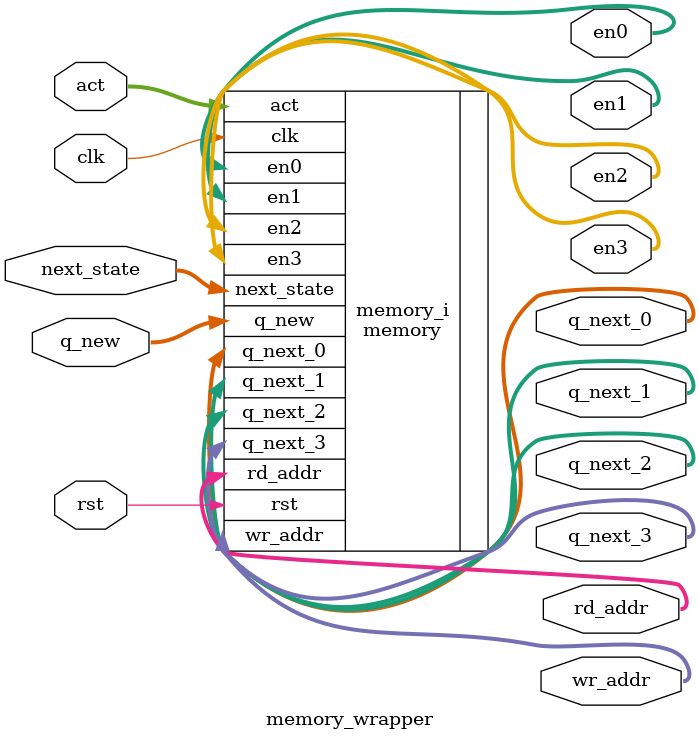
<source format=v>
`timescale 1 ps / 1 ps

module memory_wrapper
   (act,
    clk,
    en0,
    en1,
    en2,
    en3,
    next_state,
    q_new,
    q_next_0,
    q_next_1,
    q_next_2,
    q_next_3,
    rd_addr,
    rst,
    wr_addr);
  input [1:0]act;
  input clk;
  output [3:0]en0;
  output [3:0]en1;
  output [3:0]en2;
  output [3:0]en3;
  input [31:0]next_state;
  input [31:0]q_new;
  output [31:0]q_next_0;
  output [31:0]q_next_1;
  output [31:0]q_next_2;
  output [31:0]q_next_3;
  output [31:0]rd_addr;
  input rst;
  output [31:0]wr_addr;

  wire [1:0]act;
  wire clk;
  wire [3:0]en0;
  wire [3:0]en1;
  wire [3:0]en2;
  wire [3:0]en3;
  wire [31:0]next_state;
  wire [31:0]q_new;
  wire [31:0]q_next_0;
  wire [31:0]q_next_1;
  wire [31:0]q_next_2;
  wire [31:0]q_next_3;
  wire [31:0]rd_addr;
  wire rst;
  wire [31:0]wr_addr;

  memory memory_i
       (.act(act),
        .clk(clk),
        .en0(en0),
        .en1(en1),
        .en2(en2),
        .en3(en3),
        .next_state(next_state),
        .q_new(q_new),
        .q_next_0(q_next_0),
        .q_next_1(q_next_1),
        .q_next_2(q_next_2),
        .q_next_3(q_next_3),
        .rd_addr(rd_addr),
        .rst(rst),
        .wr_addr(wr_addr));
endmodule

</source>
